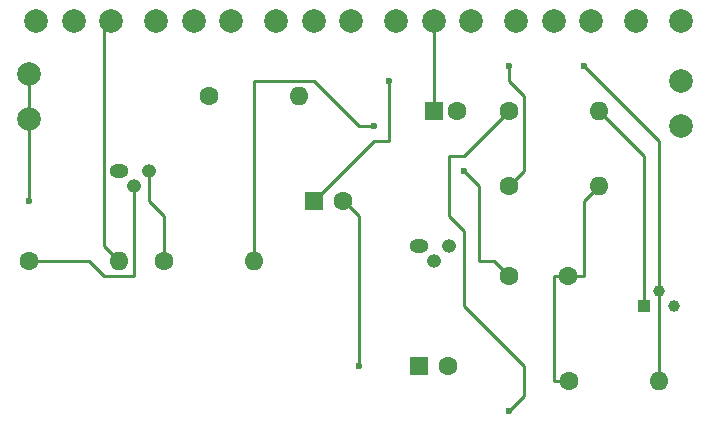
<source format=gbr>
G04 #@! TF.FileFunction,Copper,L1,Top,Signal*
%FSLAX46Y46*%
G04 Gerber Fmt 4.6, Leading zero omitted, Abs format (unit mm)*
G04 Created by KiCad (PCBNEW 4.0.6) date 10/29/17 11:42:20*
%MOMM*%
%LPD*%
G01*
G04 APERTURE LIST*
%ADD10C,0.100000*%
%ADD11C,1.998980*%
%ADD12R,1.600000X1.600000*%
%ADD13C,1.600000*%
%ADD14C,1.000000*%
%ADD15R,1.000000X1.000000*%
%ADD16O,1.600000X1.200000*%
%ADD17O,1.200000X1.200000*%
%ADD18O,1.600000X1.600000*%
%ADD19C,0.600000*%
%ADD20C,0.250000*%
G04 APERTURE END LIST*
D10*
D11*
X192405000Y-53340000D03*
X196215000Y-53340000D03*
D12*
X165100000Y-68580000D03*
D13*
X167600000Y-68580000D03*
X181610000Y-74930000D03*
X186610000Y-74930000D03*
D12*
X173990000Y-82550000D03*
D13*
X176490000Y-82550000D03*
D11*
X161925000Y-53340000D03*
X165100000Y-53340000D03*
X168275000Y-53340000D03*
D12*
X175260000Y-60960000D03*
D13*
X177260000Y-60960000D03*
D11*
X172085000Y-53340000D03*
X175260000Y-53340000D03*
X178435000Y-53340000D03*
X151765000Y-53340000D03*
X154940000Y-53340000D03*
X158115000Y-53340000D03*
X140970000Y-61595000D03*
X140970000Y-57785000D03*
X196215000Y-62230000D03*
X196215000Y-58420000D03*
D14*
X194310000Y-76200000D03*
X195580000Y-77470000D03*
D15*
X193040000Y-77470000D03*
D16*
X173990000Y-72390000D03*
D17*
X175260000Y-73660000D03*
X176530000Y-72390000D03*
D16*
X148590000Y-66040000D03*
D17*
X149860000Y-67310000D03*
X151130000Y-66040000D03*
D13*
X181610000Y-67310000D03*
D18*
X189230000Y-67310000D03*
D13*
X186690000Y-83820000D03*
D18*
X194310000Y-83820000D03*
D13*
X152400000Y-73660000D03*
D18*
X160020000Y-73660000D03*
D13*
X156210000Y-59690000D03*
D18*
X163830000Y-59690000D03*
D13*
X140970000Y-73660000D03*
D18*
X148590000Y-73660000D03*
D13*
X181610000Y-60960000D03*
D18*
X189230000Y-60960000D03*
D11*
X182245000Y-53340000D03*
X185420000Y-53340000D03*
X188595000Y-53340000D03*
X141605000Y-53340000D03*
X144780000Y-53340000D03*
X147955000Y-53340000D03*
D19*
X171450000Y-58420000D03*
X187960000Y-57150000D03*
X168910000Y-82550000D03*
X140970000Y-68580000D03*
X170180000Y-62230000D03*
X177800000Y-66040000D03*
X181610000Y-86360000D03*
X181610000Y-57150000D03*
D20*
X165100000Y-68580000D02*
X170180000Y-63500000D01*
X170180000Y-63500000D02*
X171450000Y-63500000D01*
X171450000Y-63500000D02*
X171450000Y-58420000D01*
X187960000Y-57150000D02*
X194310000Y-63500000D01*
X194310000Y-63500000D02*
X194310000Y-76200000D01*
X194310000Y-76200000D02*
X194310000Y-83820000D01*
X167600000Y-68580000D02*
X167640000Y-68580000D01*
X167640000Y-68580000D02*
X168910000Y-69850000D01*
X168910000Y-69850000D02*
X168910000Y-82550000D01*
X140970000Y-68580000D02*
X140970000Y-61595000D01*
X140970000Y-61595000D02*
X140970000Y-57785000D01*
X170180000Y-62230000D02*
X168910000Y-62230000D01*
X168910000Y-62230000D02*
X165100000Y-58420000D01*
X165100000Y-58420000D02*
X160020000Y-58420000D01*
X160020000Y-58420000D02*
X160020000Y-73660000D01*
X177800000Y-66040000D02*
X179070000Y-67310000D01*
X179070000Y-67310000D02*
X179070000Y-73660000D01*
X179070000Y-73660000D02*
X180340000Y-73660000D01*
X180340000Y-73660000D02*
X181610000Y-74930000D01*
X189230000Y-67310000D02*
X187960000Y-68580000D01*
X187960000Y-68580000D02*
X187960000Y-74930000D01*
X187960000Y-74930000D02*
X186610000Y-74930000D01*
X186610000Y-74930000D02*
X185420000Y-74930000D01*
X185420000Y-74930000D02*
X185420000Y-83820000D01*
X185420000Y-83820000D02*
X186690000Y-83820000D01*
X186690000Y-83820000D02*
X186610000Y-83820000D01*
X181610000Y-86360000D02*
X182880000Y-85090000D01*
X182880000Y-85090000D02*
X182880000Y-82550000D01*
X182880000Y-82550000D02*
X177800000Y-77470000D01*
X177800000Y-77470000D02*
X177800000Y-71120000D01*
X177800000Y-71120000D02*
X176530000Y-69850000D01*
X176530000Y-69850000D02*
X176530000Y-64770000D01*
X176530000Y-64770000D02*
X177800000Y-64770000D01*
X177800000Y-64770000D02*
X181610000Y-60960000D01*
X196850000Y-62230000D02*
X196215000Y-62230000D01*
X196215000Y-61595000D02*
X196215000Y-62230000D01*
X181610000Y-67310000D02*
X182880000Y-66040000D01*
X182880000Y-66040000D02*
X182880000Y-59690000D01*
X182880000Y-59690000D02*
X181610000Y-58420000D01*
X181610000Y-58420000D02*
X181610000Y-57150000D01*
X175260000Y-60960000D02*
X175260000Y-53340000D01*
X189230000Y-60960000D02*
X193040000Y-64770000D01*
X193040000Y-64770000D02*
X193040000Y-77470000D01*
X140970000Y-73660000D02*
X146050000Y-73660000D01*
X146050000Y-73660000D02*
X147320000Y-74930000D01*
X147320000Y-74930000D02*
X149860000Y-74930000D01*
X149860000Y-74930000D02*
X149860000Y-67310000D01*
X151130000Y-66040000D02*
X151130000Y-68580000D01*
X151130000Y-68580000D02*
X152400000Y-69850000D01*
X152400000Y-69850000D02*
X152400000Y-73660000D01*
X148590000Y-73660000D02*
X147320000Y-72390000D01*
X147320000Y-72390000D02*
X147320000Y-53340000D01*
X147320000Y-53340000D02*
X147955000Y-53340000D01*
X148590000Y-53340000D02*
X147955000Y-53340000D01*
M02*

</source>
